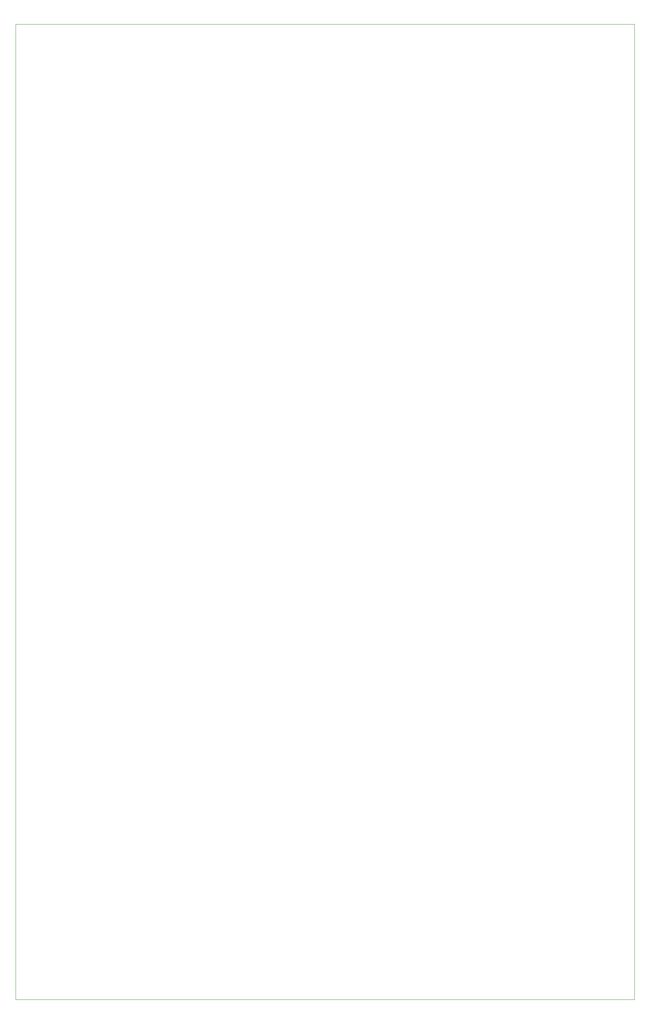
<source format=gbr>
%FSTAX23Y23*%
%MOIN*%
%SFA1B1*%

%IPPOS*%
%ADD81C,0.001000*%
%LNcfd_2channel_profile-1*%
%LPD*%
G54D81*
X0Y0D02*
X0556D01*
Y0875*
X0*
Y0*
M02*
</source>
